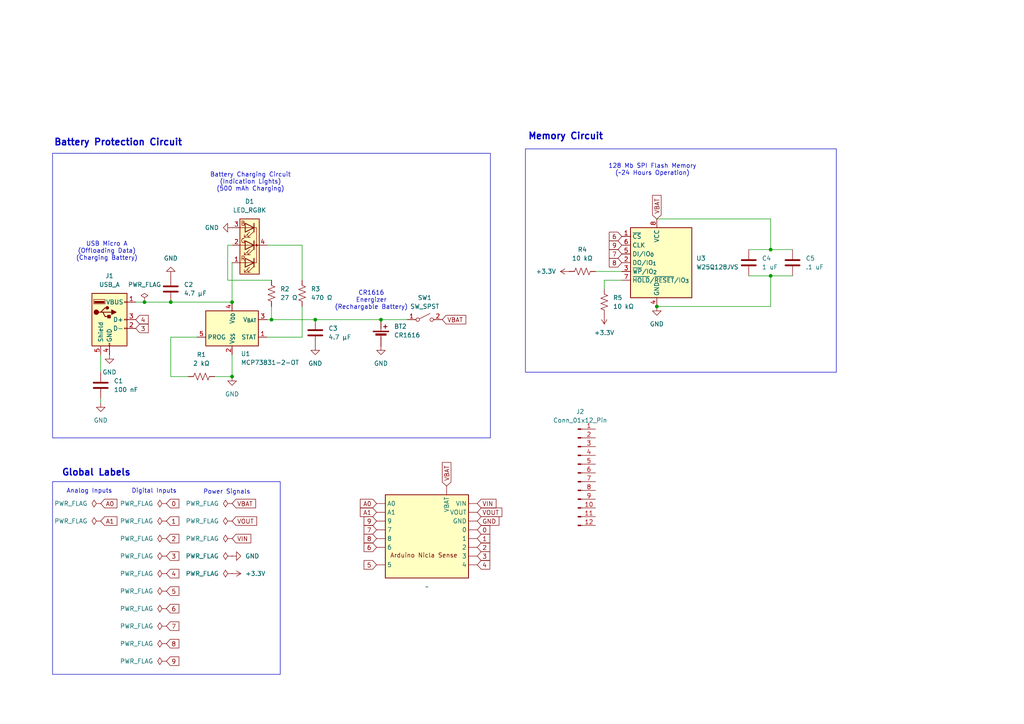
<source format=kicad_sch>
(kicad_sch (version 20250114) (generator "eeschema") (generator_version "9.0")
  (paper "A4")
  (title_block (title "Nathan Huang Board Design") (date "2025-09-23") (rev "1"))
  (lib_symbols
    (symbol "Battery_Management:MCP73831-2-OT"
      (property "Reference" "U" (at -7.62 6.35 0))
      (property "Value" "MCP73831-2-OT" (at 1.27 6.35 0))
      (symbol "MCP73831-2-OT_0_1"
        (rectangle (start -7.62 5.08) (end 7.62 -5.08) (stroke (width 0.254)) (fill (type background)))
      )
      (symbol "MCP73831-2-OT_1_1"
        (pin input line (at -10.16 -2.54 0) (length 2.54) (name "PROG") (number "5"))
        (pin power_in line (at 0 7.62 270) (length 2.54) (name "V_{DD}") (number "4"))
        (pin power_in line (at 0 -7.62 90) (length 2.54) (name "V_{SS}") (number "2"))
        (pin power_out line (at 10.16 2.54 180) (length 2.54) (name "V_{BAT}") (number "3"))
        (pin tri_state line (at 10.16 -2.54 180) (length 2.54) (name "STAT") (number "1"))
      )
    )
    (symbol "Connector:Conn_01x12_Pin" (pin_names (offset 1.016) (hide yes))
      (property "Reference" "J" (at 0 15.24 0))
      (property "Value" "Conn_01x12_Pin" (at 0 -17.78 0))
      (symbol "Conn_01x12_Pin_1_1"
        (rectangle (start 0.8636 12.827) (end 0 12.573) (stroke (width 0.1524)) (fill (type outline)))
        (rectangle (start 0.8636 10.287) (end 0 10.033) (stroke (width 0.1524)) (fill (type outline)))
        (rectangle (start 0.8636 7.747) (end 0 7.493) (stroke (width 0.1524)) (fill (type outline)))
        (rectangle (start 0.8636 5.207) (end 0 4.953) (stroke (width 0.1524)) (fill (type outline)))
        (rectangle (start 0.8636 2.667) (end 0 2.413) (stroke (width 0.1524)) (fill (type outline)))
        (rectangle (start 0.8636 0.127) (end 0 -0.127) (stroke (width 0.1524)) (fill (type outline)))
        (rectangle (start 0.8636 -2.413) (end 0 -2.667) (stroke (width 0.1524)) (fill (type outline)))
        (rectangle (start 0.8636 -4.953) (end 0 -5.207) (stroke (width 0.1524)) (fill (type outline)))
        (rectangle (start 0.8636 -7.493) (end 0 -7.747) (stroke (width 0.1524)) (fill (type outline)))
        (rectangle (start 0.8636 -10.033) (end 0 -10.287) (stroke (width 0.1524)) (fill (type outline)))
        (rectangle (start 0.8636 -12.573) (end 0 -12.827) (stroke (width 0.1524)) (fill (type outline)))
        (rectangle (start 0.8636 -15.113) (end 0 -15.367) (stroke (width 0.1524)) (fill (type outline)))
        (polyline (pts (xy 1.27 12.7) (xy 0.8636 12.7)) (stroke (width 0.1524)))
        (polyline (pts (xy 1.27 10.16) (xy 0.8636 10.16)) (stroke (width 0.1524)))
        (polyline (pts (xy 1.27 7.62) (xy 0.8636 7.62)) (stroke (width 0.1524)))
        (polyline (pts (xy 1.27 5.08) (xy 0.8636 5.08)) (stroke (width 0.1524)))
        (polyline (pts (xy 1.27 2.54) (xy 0.8636 2.54)) (stroke (width 0.1524)))
        (polyline (pts (xy 1.27 0) (xy 0.8636 0)) (stroke (width 0.1524)))
        (polyline (pts (xy 1.27 -2.54) (xy 0.8636 -2.54)) (stroke (width 0.1524)))
        (polyline (pts (xy 1.27 -5.08) (xy 0.8636 -5.08)) (stroke (width 0.1524)))
        (polyline (pts (xy 1.27 -7.62) (xy 0.8636 -7.62)) (stroke (width 0.1524)))
        (polyline (pts (xy 1.27 -10.16) (xy 0.8636 -10.16)) (stroke (width 0.1524)))
        (polyline (pts (xy 1.27 -12.7) (xy 0.8636 -12.7)) (stroke (width 0.1524)))
        (polyline (pts (xy 1.27 -15.24) (xy 0.8636 -15.24)) (stroke (width 0.1524)))
        (pin passive line (at 5.08 12.7 180) (length 3.81) (name "Pin_1") (number "1"))
        (pin passive line (at 5.08 10.16 180) (length 3.81) (name "Pin_2") (number "2"))
        (pin passive line (at 5.08 7.62 180) (length 3.81) (name "Pin_3") (number "3"))
        (pin passive line (at 5.08 5.08 180) (length 3.81) (name "Pin_4") (number "4"))
        (pin passive line (at 5.08 2.54 180) (length 3.81) (name "Pin_5") (number "5"))
        (pin passive line (at 5.08 0 180) (length 3.81) (name "Pin_6") (number "6"))
        (pin passive line (at 5.08 -2.54 180) (length 3.81) (name "Pin_7") (number "7"))
        (pin passive line (at 5.08 -5.08 180) (length 3.81) (name "Pin_8") (number "8"))
        (pin passive line (at 5.08 -7.62 180) (length 3.81) (name "Pin_9") (number "9"))
        (pin passive line (at 5.08 -10.16 180) (length 3.81) (name "Pin_10") (number "10"))
        (pin passive line (at 5.08 -12.7 180) (length 3.81) (name "Pin_11") (number "11"))
        (pin passive line (at 5.08 -15.24 180) (length 3.81) (name "Pin_12") (number "12"))
      )
    )
    (symbol "Connector:USB_A" (pin_names (offset 1.016))
      (property "Reference" "J" (at -5.08 11.43 0))
      (property "Value" "USB_A" (at -5.08 8.89 0))
      (symbol "USB_A_0_1"
        (rectangle (start -5.08 -7.62) (end 5.08 7.62) (stroke (width 0.254)) (fill (type background)))
        (circle (center -3.81 2.159) (radius 0.635) (stroke (width 0.254)) (fill (type outline)))
        (polyline (pts (xy -3.175 2.159) (xy -2.54 2.159) (xy -1.27 3.429) (xy -0.635 3.429)) (stroke (width 0.254)))
        (polyline (pts (xy -2.54 2.159) (xy -1.905 2.159) (xy -1.27 0.889) (xy 0 0.889)) (stroke (width 0.254)))
        (rectangle (start -1.524 4.826) (end -4.318 5.334) (fill (type outline)))
        (rectangle (start -1.27 4.572) (end -4.572 5.842))
        (circle (center -0.635 3.429) (radius 0.381) (stroke (width 0.254)) (fill (type outline)))
        (rectangle (start -0.127 -7.62) (end 0.127 -6.858))
        (rectangle (start 0.254 1.27) (end -0.508 0.508) (stroke (width 0.254)) (fill (type outline)))
        (polyline (pts (xy 0.635 2.794) (xy 0.635 1.524) (xy 1.905 2.159) (xy 0.635 2.794)) (stroke (width 0.254)) (fill (type outline)))
        (rectangle (start 5.08 4.953) (end 4.318 5.207))
        (rectangle (start 5.08 -0.127) (end 4.318 0.127))
        (rectangle (start 5.08 -2.667) (end 4.318 -2.413))
      )
      (symbol "USB_A_1_1"
        (polyline (pts (xy -1.905 2.159) (xy 0.635 2.159)) (stroke (width 0.254)))
        (pin passive line (at -2.54 -10.16 90) (length 2.54) (name "Shield") (number "5"))
        (pin power_in line (at 0 -10.16 90) (length 2.54) (name "GND") (number "4"))
        (pin power_in line (at 7.62 5.08 180) (length 2.54) (name "VBUS") (number "1"))
        (pin bidirectional line (at 7.62 0 180) (length 2.54) (name "D+") (number "3"))
        (pin bidirectional line (at 7.62 -2.54 180) (length 2.54) (name "D-") (number "2"))
      )
    )
    (symbol "Device:Battery_Cell" (pin_numbers (hide yes)) (pin_names (offset 0) (hide yes))
      (property "Reference" "BT" (at 2.54 2.54 0))
      (property "Value" "Battery_Cell" (at 2.54 0 0))
      (symbol "Battery_Cell_0_1"
        (rectangle (start -2.286 1.778) (end 2.286 1.524) (fill (type outline)))
        (rectangle (start -1.524 1.016) (end 1.524 0.508) (fill (type outline)))
        (polyline (pts (xy 0 1.778) (xy 0 2.54)))
        (polyline (pts (xy 0 0.762) (xy 0 0)))
        (polyline (pts (xy 0.762 3.048) (xy 1.778 3.048)) (stroke (width 0.254)))
        (polyline (pts (xy 1.27 3.556) (xy 1.27 2.54)) (stroke (width 0.254)))
      )
      (symbol "Battery_Cell_1_1"
        (pin passive line (at 0 5.08 270) (length 2.54) (name "+") (number "1"))
        (pin passive line (at 0 -2.54 90) (length 2.54) (name "-") (number "2"))
      )
    )
    (symbol "Device:C" (pin_numbers (hide yes)) (pin_names (offset 0.254))
      (property "Reference" "C" (at 0.635 2.54 0))
      (property "Value" "C" (at 0.635 -2.54 0))
      (symbol "C_0_1"
        (polyline (pts (xy -2.032 0.762) (xy 2.032 0.762)) (stroke (width 0.508)))
        (polyline (pts (xy -2.032 -0.762) (xy 2.032 -0.762)) (stroke (width 0.508)))
      )
      (symbol "C_1_1"
        (pin passive line (at 0 3.81 270) (length 2.794) (name "~") (number "1"))
        (pin passive line (at 0 -3.81 90) (length 2.794) (name "~") (number "2"))
      )
    )
    (symbol "Device:LED_RGBK" (pin_names (offset 0) (hide yes))
      (property "Reference" "D" (at 0 9.398 0))
      (property "Value" "LED_RGBK" (at 0 -8.89 0))
      (symbol "LED_RGBK_0_0"
        (text "R" (at 1.905 3.81 0) (effects (font (size 1.27 1.27))))
        (text "G" (at 1.905 -1.27 0) (effects (font (size 1.27 1.27))))
        (text "B" (at 1.905 -6.35 0) (effects (font (size 1.27 1.27))))
      )
      (symbol "LED_RGBK_0_1"
        (circle (center -2.032 0) (radius 0.254) (fill (type outline)))
        (polyline (pts (xy -1.27 6.35) (xy -1.27 3.81)) (stroke (width 0.254)))
        (polyline (pts (xy -1.27 6.35) (xy -1.27 3.81) (xy -1.27 3.81)))
        (polyline (pts (xy -1.27 5.08) (xy 1.27 5.08)))
        (polyline (pts (xy -1.27 5.08) (xy -2.032 5.08) (xy -2.032 -5.08) (xy -1.016 -5.08)))
        (polyline (pts (xy -1.27 1.27) (xy -1.27 -1.27)) (stroke (width 0.254)))
        (polyline (pts (xy -1.27 1.27) (xy -1.27 -1.27) (xy -1.27 -1.27)))
        (polyline (pts (xy -1.27 0) (xy -2.54 0)))
        (polyline (pts (xy -1.27 -3.81) (xy -1.27 -6.35)) (stroke (width 0.254)))
        (polyline (pts (xy -1.27 -5.08) (xy 1.27 -5.08)))
        (polyline (pts (xy -1.016 6.35) (xy 0.508 7.874) (xy -0.254 7.874) (xy 0.508 7.874) (xy 0.508 7.112)))
        (polyline (pts (xy -1.016 1.27) (xy 0.508 2.794) (xy -0.254 2.794) (xy 0.508 2.794) (xy 0.508 2.032)))
        (polyline (pts (xy -1.016 -3.81) (xy 0.508 -2.286) (xy -0.254 -2.286) (xy 0.508 -2.286) (xy 0.508 -3.048)))
        (polyline (pts (xy 0 6.35) (xy 1.524 7.874) (xy 0.762 7.874) (xy 1.524 7.874) (xy 1.524 7.112)))
        (polyline (pts (xy 0 1.27) (xy 1.524 2.794) (xy 0.762 2.794) (xy 1.524 2.794) (xy 1.524 2.032)))
        (polyline (pts (xy 0 -3.81) (xy 1.524 -2.286) (xy 0.762 -2.286) (xy 1.524 -2.286) (xy 1.524 -3.048)))
        (polyline (pts (xy 1.27 6.35) (xy 1.27 3.81) (xy -1.27 5.08) (xy 1.27 6.35)) (stroke (width 0.254)))
        (rectangle (start 1.27 6.35) (end 1.27 6.35))
        (polyline (pts (xy 1.27 5.08) (xy 2.54 5.08)))
        (rectangle (start 1.27 3.81) (end 1.27 6.35))
        (polyline (pts (xy 1.27 1.27) (xy 1.27 -1.27) (xy -1.27 0) (xy 1.27 1.27)) (stroke (width 0.254)))
        (rectangle (start 1.27 1.27) (end 1.27 1.27))
        (polyline (pts (xy 1.27 0) (xy -1.27 0)))
        (polyline (pts (xy 1.27 0) (xy 2.54 0)))
        (rectangle (start 1.27 -1.27) (end 1.27 1.27))
        (polyline (pts (xy 1.27 -3.81) (xy 1.27 -6.35) (xy -1.27 -5.08) (xy 1.27 -3.81)) (stroke (width 0.254)))
        (polyline (pts (xy 1.27 -5.08) (xy 2.54 -5.08)))
        (rectangle (start 2.794 8.382) (end -2.794 -7.62) (stroke (width 0.254)) (fill (type background)))
      )
      (symbol "LED_RGBK_1_1"
        (pin passive line (at -5.08 0 0) (length 2.54) (name "K") (number "4"))
        (pin passive line (at 5.08 5.08 180) (length 2.54) (name "RA") (number "1"))
        (pin passive line (at 5.08 0 180) (length 2.54) (name "GA") (number "2"))
        (pin passive line (at 5.08 -5.08 180) (length 2.54) (name "BA") (number "3"))
      )
    )
    (symbol "Device:R_US" (pin_numbers (hide yes)) (pin_names (offset 0))
      (property "Reference" "R" (at 2.54 0 90))
      (property "Value" "R_US" (at -2.54 0 90))
      (symbol "R_US_0_1"
        (polyline (pts (xy 0 2.286) (xy 0 2.54)))
        (polyline (pts (xy 0 2.286) (xy 1.016 1.905) (xy 0 1.524) (xy -1.016 1.143) (xy 0 0.762)))
        (polyline (pts (xy 0 0.762) (xy 1.016 0.381) (xy 0 0) (xy -1.016 -0.381) (xy 0 -0.762)))
        (polyline (pts (xy 0 -0.762) (xy 1.016 -1.143) (xy 0 -1.524) (xy -1.016 -1.905) (xy 0 -2.286)))
        (polyline (pts (xy 0 -2.286) (xy 0 -2.54)))
      )
      (symbol "R_US_1_1"
        (pin passive line (at 0 3.81 270) (length 1.27) (name "~") (number "1"))
        (pin passive line (at 0 -3.81 90) (length 1.27) (name "~") (number "2"))
      )
    )
    (symbol "Favorites:Arduino_Nicla_Sense"
      (property "Value" "~" (at 4.445 -19.05 0))
      (symbol "Arduino_Nicla_Sense_0_1"
        (rectangle (start -7.62 7.62) (end 16.51 -16.51) (stroke (width 0.254)) (fill (type background)))
      )
      (symbol "Arduino_Nicla_Sense_1_1"
        (text "Arduino Nicla Sense" (at 3.556 -9.906 0) (effects (font (size 1.27 1.27))))
        (pin input line (at -10.16 5.08 0) (length 2.54) (name "A0") (number ""))
        (pin input line (at -10.16 2.54 0) (length 2.54) (name "A1") (number ""))
        (pin input line (at -10.16 0 0) (length 2.54) (name "9") (number ""))
        (pin input line (at -10.16 -2.54 0) (length 2.54) (name "7") (number ""))
        (pin input line (at -10.16 -5.08 0) (length 2.54) (name "8") (number ""))
        (pin input line (at -10.16 -7.62 0) (length 2.54) (name "6") (number ""))
        (pin input line (at -10.16 -12.7 0) (length 2.54) (name "5") (number ""))
        (pin input line (at 10.16 10.16 270) (length 2.54) (name "VBAT") (number ""))
        (pin input line (at 19.05 5.08 180) (length 2.54) (name "VIN") (number ""))
        (pin input line (at 19.05 2.54 180) (length 2.54) (name "VOUT") (number ""))
        (pin input line (at 19.05 0 180) (length 2.54) (name "GND") (number ""))
        (pin input line (at 19.05 -2.54 180) (length 2.54) (name "0") (number ""))
        (pin input line (at 19.05 -5.08 180) (length 2.54) (name "1") (number ""))
        (pin input line (at 19.05 -7.62 180) (length 2.54) (name "2") (number ""))
        (pin input line (at 19.05 -10.16 180) (length 2.54) (name "3") (number ""))
        (pin input line (at 19.05 -12.7 180) (length 2.54) (name "4") (number ""))
      )
    )
    (symbol "Memory_Flash:W25Q128JVS"
      (property "Reference" "U" (at -6.35 11.43 0))
      (property "Value" "W25Q128JVS" (at 7.62 11.43 0))
      (symbol "W25Q128JVS_0_1"
        (rectangle (start -7.62 10.16) (end 10.16 -10.16) (stroke (width 0.254)) (fill (type background)))
      )
      (symbol "W25Q128JVS_1_1"
        (pin input line (at -10.16 7.62 0) (length 2.54) (name "~{CS}") (number "1"))
        (pin input line (at -10.16 5.08 0) (length 2.54) (name "CLK") (number "6"))
        (pin bidirectional line (at -10.16 2.54 0) (length 2.54) (name "DI/IO_{0}") (number "5"))
        (pin bidirectional line (at -10.16 0 0) (length 2.54) (name "DO/IO_{1}") (number "2"))
        (pin bidirectional line (at -10.16 -2.54 0) (length 2.54) (name "~{WP}/IO_{2}") (number "3"))
        (pin bidirectional line (at -10.16 -5.08 0) (length 2.54) (name "~{HOLD}/~{RESET}/IO_{3}") (number "7"))
        (pin power_in line (at 0 12.7 270) (length 2.54) (name "VCC") (number "8"))
        (pin power_in line (at 0 -12.7 90) (length 2.54) (name "GND") (number "4"))
      )
    )
    (symbol "Switch:SW_SPST" (pin_names (offset 0) (hide yes))
      (property "Reference" "SW" (at 0 3.175 0))
      (property "Value" "SW_SPST" (at 0 -2.54 0))
      (symbol "SW_SPST_0_0"
        (circle (center -2.032 0) (radius 0.508))
        (polyline (pts (xy -1.524 0.254) (xy 1.524 1.778)))
        (circle (center 2.032 0) (radius 0.508))
      )
      (symbol "SW_SPST_1_1"
        (pin passive line (at -5.08 0 0) (length 2.54) (name "A") (number "1"))
        (pin passive line (at 5.08 0 180) (length 2.54) (name "B") (number "2"))
      )
    )
    (symbol "power:+3.3V" (power) (pin_numbers (hide yes)) (pin_names (offset 0) (hide yes))
      (property "Value" "+3.3V" (at 0 3.556 0))
      (symbol "+3.3V_0_1"
        (polyline (pts (xy -0.762 1.27) (xy 0 2.54)))
        (polyline (pts (xy 0 2.54) (xy 0.762 1.27)))
        (polyline (pts (xy 0 0) (xy 0 2.54)))
      )
      (symbol "+3.3V_1_1"
        (pin power_in line (at 0 0 90) (length 0) (name "~") (number "1"))
      )
    )
    (symbol "power:GND" (power) (pin_numbers (hide yes)) (pin_names (offset 0) (hide yes))
      (property "Value" "GND" (at 0 -3.81 0))
      (symbol "GND_0_1"
        (polyline (pts (xy 0 0) (xy 0 -1.27) (xy 1.27 -1.27) (xy 0 -2.54) (xy -1.27 -1.27) (xy 0 -1.27)))
      )
      (symbol "GND_1_1"
        (pin power_in line (at 0 0 270) (length 0) (name "~") (number "1"))
      )
    )
    (symbol "power:PWR_FLAG" (power) (pin_numbers (hide yes)) (pin_names (offset 0) (hide yes))
      (property "Value" "PWR_FLAG" (at 0 3.81 0))
      (symbol "PWR_FLAG_0_0"
        (pin power_out line (at 0 0 90) (length 0) (name "~") (number "1"))
      )
      (symbol "PWR_FLAG_0_1"
        (polyline (pts (xy 0 0) (xy 0 1.27) (xy -1.016 1.905) (xy 0 2.54) (xy 1.016 1.905) (xy 0 1.27)))
      )
    )
  )
  (rectangle (start 15.24 44.45) (end 142.24 127))
  (rectangle (start 152.4 43.18) (end 242.57 107.95))
  (rectangle (start 15.24 139.7) (end 81.28 195.58))
  (text "https://docs.arduino.cc/resources/datasheets/ABX00050-datasheet.pdf" (at 341.884 67.564 0) (effects (font (size 1.27 1.27))))
  (text "Analog Inputs\n" (at 25.908 142.494 0) (effects (font (size 1.27 1.27))))
  (text "CR1616\nEnergizer\n(Rechargable Battery)" (at 107.696 87.122 0) (effects (font (size 1.27 1.27))))
  (text "128 Mb SPI Flash Memory\n(~24 Hours Operation)" (at 189.23 49.276 0) (effects (font (size 1.27 1.27))))
  (text "Digital Inputs" (at 44.704 142.494 0) (effects (font (size 1.27 1.27))))
  (text "USB Micro A\n(Offloading Data)\n(Charging Battery)" (at 30.988 72.898 0) (effects (font (size 1.27 1.27))))
  (text "Global Labels" (at 27.94 137.16 0) (effects (font (size 1.905 1.905) (thickness 0.381) (bold yes))))
  (text "Memory Circuit" (at 164.084 39.624 0) (effects (font (size 1.905 1.905) (thickness 0.381) (bold yes))))
  (text "Battery Protection Circuit" (at 34.29 41.402 0) (effects (font (size 1.905 1.905) (thickness 0.381) (bold yes))))
  (text "Power Signals" (at 65.786 142.748 0) (effects (font (size 1.27 1.27))))
  (text "Battery Charging Circuit\n(Indication Lights)\n(500 mAh Charging)" (at 72.644 52.832 0) (effects (font (size 1.27 1.27))))
  (junction (at 110.49 92.71))
  (junction (at 49.53 87.63))
  (junction (at 78.74 92.71))
  (junction (at 223.52 72.39))
  (junction (at 190.5 88.9))
  (junction (at 67.31 87.63))
  (junction (at 67.31 109.22))
  (junction (at 223.52 80.01))
  (junction (at 91.44 92.71))
  (junction (at 41.91 87.63))
  (wire (pts (xy 87.63 88.9) (xy 87.63 97.79)))
  (wire (pts (xy 217.17 72.39) (xy 223.52 72.39)))
  (wire (pts (xy 78.74 81.28) (xy 66.04 81.28)))
  (wire (pts (xy 39.37 87.63) (xy 41.91 87.63)))
  (wire (pts (xy 110.49 92.71) (xy 118.11 92.71)))
  (wire (pts (xy 223.52 80.01) (xy 223.52 88.9)))
  (wire (pts (xy 62.23 109.22) (xy 67.31 109.22)))
  (wire (pts (xy 175.26 83.82) (xy 175.26 81.28)))
  (wire (pts (xy 49.53 109.22) (xy 54.61 109.22)))
  (wire (pts (xy 49.53 87.63) (xy 67.31 87.63)))
  (wire (pts (xy 29.21 102.87) (xy 29.21 107.95)))
  (wire (pts (xy 223.52 80.01) (xy 229.87 80.01)))
  (wire (pts (xy 66.04 81.28) (xy 66.04 71.12)))
  (wire (pts (xy 223.52 63.5) (xy 190.5 63.5)))
  (wire (pts (xy 175.26 81.28) (xy 180.34 81.28)))
  (wire (pts (xy 67.31 109.22) (xy 67.31 102.87)))
  (wire (pts (xy 49.53 97.79) (xy 49.53 109.22)))
  (wire (pts (xy 66.04 71.12) (xy 67.31 71.12)))
  (wire (pts (xy 41.91 87.63) (xy 49.53 87.63)))
  (wire (pts (xy 57.15 97.79) (xy 49.53 97.79)))
  (wire (pts (xy 78.74 92.71) (xy 91.44 92.71)))
  (wire (pts (xy 91.44 92.71) (xy 110.49 92.71)))
  (wire (pts (xy 87.63 97.79) (xy 77.47 97.79)))
  (wire (pts (xy 223.52 72.39) (xy 229.87 72.39)))
  (wire (pts (xy 223.52 72.39) (xy 223.52 63.5)))
  (wire (pts (xy 67.31 87.63) (xy 67.31 76.2)))
  (wire (pts (xy 217.17 80.01) (xy 223.52 80.01)))
  (wire (pts (xy 29.21 115.57) (xy 29.21 116.84)))
  (wire (pts (xy 190.5 88.9) (xy 223.52 88.9)))
  (wire (pts (xy 77.47 71.12) (xy 87.63 71.12)))
  (wire (pts (xy 87.63 71.12) (xy 87.63 81.28)))
  (wire (pts (xy 172.72 78.74) (xy 180.34 78.74)))
  (wire (pts (xy 77.47 92.71) (xy 78.74 92.71)))
  (wire (pts (xy 78.74 92.71) (xy 78.74 88.9)))
  (image (at 346.71 33.02))
  (global_label "5" (shape input) (at 48.26 171.45 0) (property "Intersheetrefs" "${INTERSHEET_REFS}" (effects (hide yes))))
  (global_label "2" (shape input) (at 48.26 156.21 0) (property "Intersheetrefs" "${INTERSHEET_REFS}" (effects (hide yes))))
  (global_label "6" (shape input) (at 48.26 176.53 0) (property "Intersheetrefs" "${INTERSHEET_REFS}" (effects (hide yes))))
  (global_label "0" (shape input) (at 138.43 153.67 0) (property "Intersheetrefs" "${INTERSHEET_REFS}" (effects (hide yes))))
  (global_label "A0" (shape input) (at 109.22 146.05 180) (property "Intersheetrefs" "${INTERSHEET_REFS}" (effects (hide yes))))
  (global_label "0" (shape input) (at 48.26 146.05 0) (property "Intersheetrefs" "${INTERSHEET_REFS}" (effects (hide yes))))
  (global_label "8" (shape input) (at 109.22 156.21 180) (property "Intersheetrefs" "${INTERSHEET_REFS}" (effects (hide yes))))
  (global_label "8" (shape input) (at 48.26 186.69 0) (property "Intersheetrefs" "${INTERSHEET_REFS}" (effects (hide yes))))
  (global_label "VOUT" (shape input) (at 138.43 148.59 0) (property "Intersheetrefs" "${INTERSHEET_REFS}" (effects (hide yes))))
  (global_label "4" (shape input) (at 39.37 92.71 0) (property "Intersheetrefs" "${INTERSHEET_REFS}" (effects (hide yes))))
  (global_label "6" (shape input) (at 109.22 158.75 180) (property "Intersheetrefs" "${INTERSHEET_REFS}" (effects (hide yes))))
  (global_label "A0" (shape input) (at 29.21 146.05 0) (property "Intersheetrefs" "${INTERSHEET_REFS}" (effects (hide yes))))
  (global_label "9" (shape input) (at 180.34 71.12 180) (property "Intersheetrefs" "${INTERSHEET_REFS}" (effects (hide yes))))
  (global_label "VBAT" (shape input) (at 128.27 92.71 0) (property "Intersheetrefs" "${INTERSHEET_REFS}" (effects (hide yes))))
  (global_label "6" (shape input) (at 180.34 68.58 180) (property "Intersheetrefs" "${INTERSHEET_REFS}" (effects (hide yes))))
  (global_label "9" (shape input) (at 48.26 191.77 0) (property "Intersheetrefs" "${INTERSHEET_REFS}" (effects (hide yes))))
  (global_label "A1" (shape input) (at 109.22 148.59 180) (property "Intersheetrefs" "${INTERSHEET_REFS}" (effects (hide yes))))
  (global_label "5" (shape input) (at 109.22 163.83 180) (property "Intersheetrefs" "${INTERSHEET_REFS}" (effects (hide yes))))
  (global_label "VBAT" (shape input) (at 67.31 146.05 0) (property "Intersheetrefs" "${INTERSHEET_REFS}" (effects (hide yes))))
  (global_label "9" (shape input) (at 109.22 151.13 180) (property "Intersheetrefs" "${INTERSHEET_REFS}" (effects (hide yes))))
  (global_label "3" (shape input) (at 138.43 161.29 0) (property "Intersheetrefs" "${INTERSHEET_REFS}" (effects (hide yes))))
  (global_label "GND" (shape input) (at 138.43 151.13 0) (property "Intersheetrefs" "${INTERSHEET_REFS}" (effects (hide yes))))
  (global_label "7" (shape input) (at 109.22 153.67 180) (property "Intersheetrefs" "${INTERSHEET_REFS}" (effects (hide yes))))
  (global_label "8" (shape input) (at 180.34 76.2 180) (property "Intersheetrefs" "${INTERSHEET_REFS}" (effects (hide yes))))
  (global_label "VBAT" (shape input) (at 190.5 63.5 90) (property "Intersheetrefs" "${INTERSHEET_REFS}" (effects (hide yes))))
  (global_label "1" (shape input) (at 138.43 156.21 0) (property "Intersheetrefs" "${INTERSHEET_REFS}" (effects (hide yes))))
  (global_label "VBAT" (shape input) (at 129.54 140.97 90) (property "Intersheetrefs" "${INTERSHEET_REFS}" (effects (hide yes))))
  (global_label "3" (shape input) (at 48.26 161.29 0) (property "Intersheetrefs" "${INTERSHEET_REFS}" (effects (hide yes))))
  (global_label "VIN" (shape input) (at 138.43 146.05 0) (property "Intersheetrefs" "${INTERSHEET_REFS}" (effects (hide yes))))
  (global_label "VOUT" (shape input) (at 67.31 151.13 0) (property "Intersheetrefs" "${INTERSHEET_REFS}" (effects (hide yes))))
  (global_label "3" (shape input) (at 39.37 95.25 0) (property "Intersheetrefs" "${INTERSHEET_REFS}" (effects (hide yes))))
  (global_label "4" (shape input) (at 48.26 166.37 0) (property "Intersheetrefs" "${INTERSHEET_REFS}" (effects (hide yes))))
  (global_label "7" (shape input) (at 48.26 181.61 0) (property "Intersheetrefs" "${INTERSHEET_REFS}" (effects (hide yes))))
  (global_label "1" (shape input) (at 48.26 151.13 0) (property "Intersheetrefs" "${INTERSHEET_REFS}" (effects (hide yes))))
  (global_label "A1" (shape input) (at 29.21 151.13 0) (property "Intersheetrefs" "${INTERSHEET_REFS}" (effects (hide yes))))
  (global_label "VIN" (shape input) (at 67.31 156.21 0) (property "Intersheetrefs" "${INTERSHEET_REFS}" (effects (hide yes))))
  (global_label "4" (shape input) (at 138.43 163.83 0) (property "Intersheetrefs" "${INTERSHEET_REFS}" (effects (hide yes))))
  (global_label "7" (shape input) (at 180.34 73.66 180) (property "Intersheetrefs" "${INTERSHEET_REFS}" (effects (hide yes))))
  (global_label "2" (shape input) (at 138.43 158.75 0) (property "Intersheetrefs" "${INTERSHEET_REFS}" (effects (hide yes))))
  (symbol (lib_id "power:GND") (at 29.21 116.84 0) (unit 1)
    (property "Reference" "#PWR07" (effects (hide yes)))
    (property "Value" "GND" (at 29.21 121.92 0))
    (property "Description" "Power symbol creates a global label with name \"GND\" , ground" (effects (hide yes)))
  )
  (symbol (lib_id "power:PWR_FLAG") (at 48.26 186.69 90) (unit 1)
    (property "Reference" "#FLG012" (effects (hide yes)))
    (property "Value" "PWR_FLAG" (at 44.45 186.6899 90) (effects (justify left)))
    (property "Description" "Special symbol for telling ERC where power comes from" (effects (hide yes)))
  )
  (symbol (lib_id "power:GND") (at 67.31 109.22 0) (unit 1)
    (property "Reference" "#PWR02" (effects (hide yes)))
    (property "Value" "GND" (at 67.31 114.3 0))
    (property "Description" "Power symbol creates a global label with name \"GND\" , ground" (effects (hide yes)))
  )
  (symbol (lib_id "power:+3.3V") (at 67.31 166.37 270) (unit 1)
    (property "Reference" "#PWR05" (effects (hide yes)))
    (property "Value" "+3.3V" (at 71.12 166.3699 90) (effects (justify left)))
    (property "Description" "Power symbol creates a global label with name \"+3.3V\"" (effects (hide yes)))
  )
  (symbol (lib_id "power:PWR_FLAG") (at 48.26 146.05 90) (unit 1)
    (property "Reference" "#FLG01" (effects (hide yes)))
    (property "Value" "PWR_FLAG" (at 44.45 146.0499 90) (effects (justify left)))
    (property "Description" "Special symbol for telling ERC where power comes from" (effects (hide yes)))
  )
  (symbol (lib_id "Device:C") (at 49.53 83.82 180) (unit 1)
    (property "Reference" "C2" (at 53.34 82.5499 0) (effects (justify right)))
    (property "Value" "4.7 μF" (at 53.34 85.0899 0) (effects (justify right)))
    (property "Footprint" "Capacitor_SMD:C_0402_1005Metric" (effects (hide yes)))
    (property "Description" "Unpolarized capacitor" (effects (hide yes)))
  )
  (symbol (lib_id "power:PWR_FLAG") (at 67.31 156.21 90) (unit 1)
    (property "Reference" "#FLG016" (effects (hide yes)))
    (property "Value" "PWR_FLAG" (at 63.5 156.2099 90) (effects (justify left)))
    (property "Description" "Special symbol for telling ERC where power comes from" (effects (hide yes)))
  )
  (symbol (lib_id "power:GND") (at 31.75 102.87 0) (unit 1)
    (property "Reference" "#PWR010" (effects (hide yes)))
    (property "Value" "GND" (at 31.75 107.95 0))
    (property "Description" "Power symbol creates a global label with name \"GND\" , ground" (effects (hide yes)))
  )
  (symbol (lib_id "Connector:USB_A") (at 31.75 92.71 0) (unit 1)
    (property "Reference" "J1" (at 31.75 80.01 0))
    (property "Value" "USB_A" (at 31.75 82.55 0))
    (property "Footprint" "Connector_USB:USB_Micro-AB_Molex_47590-0001" (effects (hide yes)))
    (property "Description" "USB Type A connector" (effects (hide yes)))
  )
  (symbol (lib_id "power:PWR_FLAG") (at 29.21 146.05 90) (unit 1)
    (property "Reference" "#FLG02" (effects (hide yes)))
    (property "Value" "PWR_FLAG" (at 25.4 146.0499 90) (effects (justify left)))
    (property "Description" "Special symbol for telling ERC where power comes from" (effects (hide yes)))
  )
  (symbol (lib_id "power:PWR_FLAG") (at 48.26 181.61 90) (unit 1)
    (property "Reference" "#FLG011" (effects (hide yes)))
    (property "Value" "PWR_FLAG" (at 44.45 181.6099 90) (effects (justify left)))
    (property "Description" "Special symbol for telling ERC where power comes from" (effects (hide yes)))
  )
  (symbol (lib_id "power:PWR_FLAG") (at 48.26 176.53 90) (unit 1)
    (property "Reference" "#FLG010" (effects (hide yes)))
    (property "Value" "PWR_FLAG" (at 44.45 176.5299 90) (effects (justify left)))
    (property "Description" "Special symbol for telling ERC where power comes from" (effects (hide yes)))
  )
  (symbol (lib_id "power:GND") (at 91.44 100.33 0) (unit 1)
    (property "Reference" "#PWR012" (effects (hide yes)))
    (property "Value" "GND" (at 91.44 105.41 0))
    (property "Description" "Power symbol creates a global label with name \"GND\" , ground" (effects (hide yes)))
  )
  (symbol (lib_id "power:+3.3V") (at 175.26 91.44 180) (unit 1)
    (property "Reference" "#PWR015" (effects (hide yes)))
    (property "Value" "+3.3V" (at 175.26 96.52 0))
    (property "Description" "Power symbol creates a global label with name \"+3.3V\"" (effects (hide yes)))
  )
  (symbol (lib_id "Battery_Management:MCP73831-2-OT") (at 67.31 95.25 0) (unit 1)
    (property "Reference" "U1" (at 69.85 102.616 0) (effects (justify left)))
    (property "Value" "MCP73831-2-OT" (at 69.85 105.156 0) (effects (justify left)))
    (property "Footprint" "Package_TO_SOT_SMD:SOT-23-5" (effects (hide yes)))
    (property "Datasheet" "http://ww1.microchip.com/downloads/en/DeviceDoc/20001984g.pdf" (effects (hide yes)))
    (property "Description" "Single cell, Li-Ion/Li-Po charge management controller, 4.20V, Tri-State Status Output, in SOT23-5 package" (effects (hide yes)))
  )
  (symbol (lib_id "power:GND") (at 49.53 80.01 180) (unit 1)
    (property "Reference" "#PWR08" (effects (hide yes)))
    (property "Value" "GND" (at 49.53 74.93 0))
    (property "Description" "Power symbol creates a global label with name \"GND\" , ground" (effects (hide yes)))
  )
  (symbol (lib_id "power:PWR_FLAG") (at 48.26 166.37 90) (unit 1)
    (property "Reference" "#FLG08" (effects (hide yes)))
    (property "Value" "PWR_FLAG" (at 44.45 166.3699 90) (effects (justify left)))
    (property "Description" "Special symbol for telling ERC where power comes from" (effects (hide yes)))
  )
  (symbol (lib_id "Device:R_US") (at 58.42 109.22 90) (unit 1)
    (property "Reference" "R1" (at 58.42 102.87 90))
    (property "Value" "2 kΩ" (at 58.42 105.41 90))
    (property "Footprint" "Resistor_SMD:R_0402_1005Metric" (effects (hide yes)))
    (property "Description" "Resistor, US symbol" (effects (hide yes)))
  )
  (symbol (lib_id "power:PWR_FLAG") (at 48.26 171.45 90) (unit 1)
    (property "Reference" "#FLG09" (effects (hide yes)))
    (property "Value" "PWR_FLAG" (at 44.45 171.4499 90) (effects (justify left)))
    (property "Description" "Special symbol for telling ERC where power comes from" (effects (hide yes)))
  )
  (symbol (lib_id "power:PWR_FLAG") (at 67.31 146.05 90) (unit 1)
    (property "Reference" "#FLG014" (effects (hide yes)))
    (property "Value" "PWR_FLAG" (at 63.5 146.0499 90) (effects (justify left)))
    (property "Description" "Special symbol for telling ERC where power comes from" (effects (hide yes)))
  )
  (symbol (lib_id "power:PWR_FLAG") (at 48.26 161.29 90) (unit 1)
    (property "Reference" "#FLG07" (effects (hide yes)))
    (property "Value" "PWR_FLAG" (at 44.45 161.2899 90) (effects (justify left)))
    (property "Description" "Special symbol for telling ERC where power comes from" (effects (hide yes)))
  )
  (symbol (lib_id "Favorites:Arduino_Nicla_Sense") (at 119.38 151.13 0) (unit 1)
    (property "Reference" "U2" (effects (hide yes)))
    (property "Value" "~" (at 123.825 170.18 0))
    (property "Footprint" "Favorites:Arduino_Nicla_Sense_ME" (effects (hide yes)))
  )
  (symbol (lib_id "power:PWR_FLAG") (at 29.21 151.13 90) (unit 1)
    (property "Reference" "#FLG03" (effects (hide yes)))
    (property "Value" "PWR_FLAG" (at 25.4 151.1299 90) (effects (justify left)))
    (property "Description" "Special symbol for telling ERC where power comes from" (effects (hide yes)))
  )
  (symbol (lib_id "power:PWR_FLAG") (at 67.31 166.37 90) (unit 1)
    (property "Reference" "#FLG017" (effects (hide yes)))
    (property "Value" "PWR_FLAG" (at 63.5 166.3699 90) (effects (justify left)))
    (property "Description" "Special symbol for telling ERC where power comes from" (effects (hide yes)))
  )
  (symbol (lib_id "power:GND") (at 67.31 161.29 90) (unit 1)
    (property "Reference" "#PWR04" (effects (hide yes)))
    (property "Value" "GND" (at 71.12 161.2899 90) (effects (justify right)))
    (property "Description" "Power symbol creates a global label with name \"GND\" , ground" (effects (hide yes)))
  )
  (symbol (lib_id "Memory_Flash:W25Q128JVS") (at 190.5 76.2 0) (unit 1)
    (property "Reference" "U3" (at 201.93 74.9299 0) (effects (justify left)))
    (property "Value" "W25Q128JVS" (at 201.93 77.4699 0) (effects (justify left)))
    (property "Footprint" "Package_SO:SOIC-8_5.3x5.3mm_P1.27mm" (effects (hide yes)))
    (property "Datasheet" "https://www.winbond.com/resource-files/w25q128jv_dtr%20revc%2003272018%20plus.pdf" (effects (hide yes)))
    (property "Description" "128Mbit / 16MiB Serial Flash Memory, Standard/Dual/Quad SPI, 2.7-3.6V, SOIC-8" (effects (hide yes)))
  )
  (symbol (lib_id "power:PWR_FLAG") (at 48.26 191.77 90) (unit 1)
    (property "Reference" "#FLG013" (effects (hide yes)))
    (property "Value" "PWR_FLAG" (at 44.45 191.7699 90) (effects (justify left)))
    (property "Description" "Special symbol for telling ERC where power comes from" (effects (hide yes)))
  )
  (symbol (lib_id "Connector:Conn_01x12_Pin") (at 167.64 137.16 0) (unit 1)
    (property "Reference" "J2" (at 168.275 119.38 0))
    (property "Value" "Conn_01x12_Pin" (at 168.275 121.92 0))
    (property "Footprint" "Connector_Molex:Molex_Picoflex_90325-0012_2x06_P1.27mm_Vertical" (effects (hide yes)))
    (property "Description" "Generic connector, single row, 01x12, script generated" (effects (hide yes)))
  )
  (symbol (lib_id "power:PWR_FLAG") (at 67.31 161.29 90) (unit 1)
    (property "Reference" "#FLG04" (effects (hide yes)))
    (property "Value" "PWR_FLAG" (at 63.5 161.2899 90) (effects (justify left)))
    (property "Description" "Special symbol for telling ERC where power comes from" (effects (hide yes)))
  )
  (symbol (lib_id "power:GND") (at 67.31 66.04 270) (unit 1)
    (property "Reference" "#PWR09" (effects (hide yes)))
    (property "Value" "GND" (at 63.5 66.0399 90) (effects (justify right)))
    (property "Description" "Power symbol creates a global label with name \"GND\" , ground" (effects (hide yes)))
  )
  (symbol (lib_id "Device:LED_RGBK") (at 72.39 71.12 180) (unit 1)
    (property "Reference" "D1" (at 72.39 58.42 0))
    (property "Value" "LED_RGBK" (at 72.39 60.96 0))
    (property "Footprint" "LED_SMD:LED_Kingbright_APFA3010_3x1.5mm_Horizontal" (effects (hide yes)))
    (property "Description" "RGB LED, red/green/blue/cathode" (effects (hide yes)))
  )
  (symbol (lib_id "Device:R_US") (at 175.26 87.63 180) (unit 1)
    (property "Reference" "R5" (at 177.8 86.3599 0) (effects (justify right)))
    (property "Value" "10 kΩ" (at 177.8 88.8999 0) (effects (justify right)))
    (property "Footprint" "Resistor_SMD:R_0402_1005Metric" (effects (hide yes)))
    (property "Description" "Resistor, US symbol" (effects (hide yes)))
  )
  (symbol (lib_id "Device:R_US") (at 168.91 78.74 90) (unit 1)
    (property "Reference" "R4" (at 168.91 72.39 90))
    (property "Value" "10 kΩ" (at 168.91 74.93 90))
    (property "Footprint" "Resistor_SMD:R_0402_1005Metric" (effects (hide yes)))
    (property "Description" "Resistor, US symbol" (effects (hide yes)))
  )
  (symbol (lib_id "power:PWR_FLAG") (at 67.31 151.13 90) (unit 1)
    (property "Reference" "#FLG015" (effects (hide yes)))
    (property "Value" "PWR_FLAG" (at 63.5 151.1299 90) (effects (justify left)))
    (property "Description" "Special symbol for telling ERC where power comes from" (effects (hide yes)))
  )
  (symbol (lib_id "power:PWR_FLAG") (at 48.26 151.13 90) (unit 1)
    (property "Reference" "#FLG05" (effects (hide yes)))
    (property "Value" "PWR_FLAG" (at 44.45 151.1299 90) (effects (justify left)))
    (property "Description" "Special symbol for telling ERC where power comes from" (effects (hide yes)))
  )
  (symbol (lib_id "Device:Battery_Cell") (at 110.49 97.79 0) (unit 1)
    (property "Reference" "BT2" (at 114.3 94.6784 0) (effects (justify left)))
    (property "Value" "CR1616" (at 114.3 97.2184 0) (effects (justify left)))
    (property "Footprint" "Favorites:BAT_MS621FE-FL11E" (effects (hide yes)))
    (property "Description" "Single-cell battery" (effects (hide yes)))
  )
  (symbol (lib_id "Device:C") (at 229.87 76.2 0) (unit 1)
    (property "Reference" "C5" (at 233.68 74.9299 0) (effects (justify left)))
    (property "Value" ".1 uF" (at 233.68 77.4699 0) (effects (justify left)))
    (property "Footprint" "Capacitor_SMD:C_0402_1005Metric" (effects (hide yes)))
    (property "Description" "Unpolarized capacitor" (effects (hide yes)))
  )
  (symbol (lib_id "Device:R_US") (at 78.74 85.09 0) (unit 1)
    (property "Reference" "R2" (at 81.28 83.8199 0) (effects (justify left)))
    (property "Value" "27 Ω" (at 81.28 86.3599 0) (effects (justify left)))
    (property "Footprint" "Resistor_SMD:R_0402_1005Metric" (effects (hide yes)))
    (property "Description" "Resistor, US symbol" (effects (hide yes)))
  )
  (symbol (lib_id "Device:R_US") (at 87.63 85.09 0) (unit 1)
    (property "Reference" "R3" (at 90.17 83.8199 0) (effects (justify left)))
    (property "Value" "470 Ω" (at 90.17 86.3599 0) (effects (justify left)))
    (property "Footprint" "Resistor_SMD:R_0402_1005Metric" (effects (hide yes)))
    (property "Description" "Resistor, US symbol" (effects (hide yes)))
  )
  (symbol (lib_id "Device:C") (at 91.44 96.52 0) (unit 1)
    (property "Reference" "C3" (at 95.25 95.2499 0) (effects (justify left)))
    (property "Value" "4.7 μF" (at 95.25 97.7899 0) (effects (justify left)))
    (property "Footprint" "Capacitor_SMD:C_0402_1005Metric" (effects (hide yes)))
    (property "Description" "Unpolarized capacitor" (effects (hide yes)))
  )
  (symbol (lib_id "power:PWR_FLAG") (at 41.91 87.63 0) (unit 1)
    (property "Reference" "#FLG018" (effects (hide yes)))
    (property "Value" "PWR_FLAG" (at 41.91 82.55 0))
    (property "Description" "Special symbol for telling ERC where power comes from" (effects (hide yes)))
  )
  (symbol (lib_id "Device:C") (at 217.17 76.2 0) (unit 1)
    (property "Reference" "C4" (at 220.98 74.9299 0) (effects (justify left)))
    (property "Value" "1 uF" (at 220.98 77.4699 0) (effects (justify left)))
    (property "Footprint" "Capacitor_SMD:C_0402_1005Metric" (effects (hide yes)))
    (property "Description" "Unpolarized capacitor" (effects (hide yes)))
  )
  (symbol (lib_id "power:+3.3V") (at 165.1 78.74 90) (unit 1)
    (property "Reference" "#PWR014" (effects (hide yes)))
    (property "Value" "+3.3V" (at 161.29 78.7399 90) (effects (justify left)))
    (property "Description" "Power symbol creates a global label with name \"+3.3V\"" (effects (hide yes)))
  )
  (symbol (lib_id "Switch:SW_SPST") (at 123.19 92.71 0) (unit 1)
    (property "Reference" "SW1" (at 123.19 86.36 0))
    (property "Value" "SW_SPST" (at 123.19 88.9 0))
    (property "Footprint" "Button_Switch_SMD:SW_DIP_SPSTx01_Slide_6.7x4.1mm_W6.73mm_P2.54mm_LowProfile_JPin" (effects (hide yes)))
    (property "Description" "Single Pole Single Throw (SPST) switch" (effects (hide yes)))
  )
  (symbol (lib_id "power:GND") (at 110.49 100.33 0) (unit 1)
    (property "Reference" "#PWR011" (effects (hide yes)))
    (property "Value" "GND" (at 110.49 105.41 0))
    (property "Description" "Power symbol creates a global label with name \"GND\" , ground" (effects (hide yes)))
  )
  (symbol (lib_id "power:PWR_FLAG") (at 48.26 156.21 90) (unit 1)
    (property "Reference" "#FLG06" (effects (hide yes)))
    (property "Value" "PWR_FLAG" (at 44.45 156.2099 90) (effects (justify left)))
    (property "Description" "Special symbol for telling ERC where power comes from" (effects (hide yes)))
  )
  (symbol (lib_id "Device:C") (at 29.21 111.76 0) (unit 1)
    (property "Reference" "C1" (at 33.02 110.4899 0) (effects (justify left)))
    (property "Value" "100 nF" (at 33.02 113.0299 0) (effects (justify left)))
    (property "Footprint" "Capacitor_SMD:C_0402_1005Metric" (effects (hide yes)))
    (property "Description" "Unpolarized capacitor" (effects (hide yes)))
  )
  (symbol (lib_id "power:GND") (at 190.5 88.9 0) (unit 1)
    (property "Reference" "#PWR013" (effects (hide yes)))
    (property "Value" "GND" (at 190.5 93.98 0))
    (property "Description" "Power symbol creates a global label with name \"GND\" , ground" (effects (hide yes)))
  )
)
</source>
